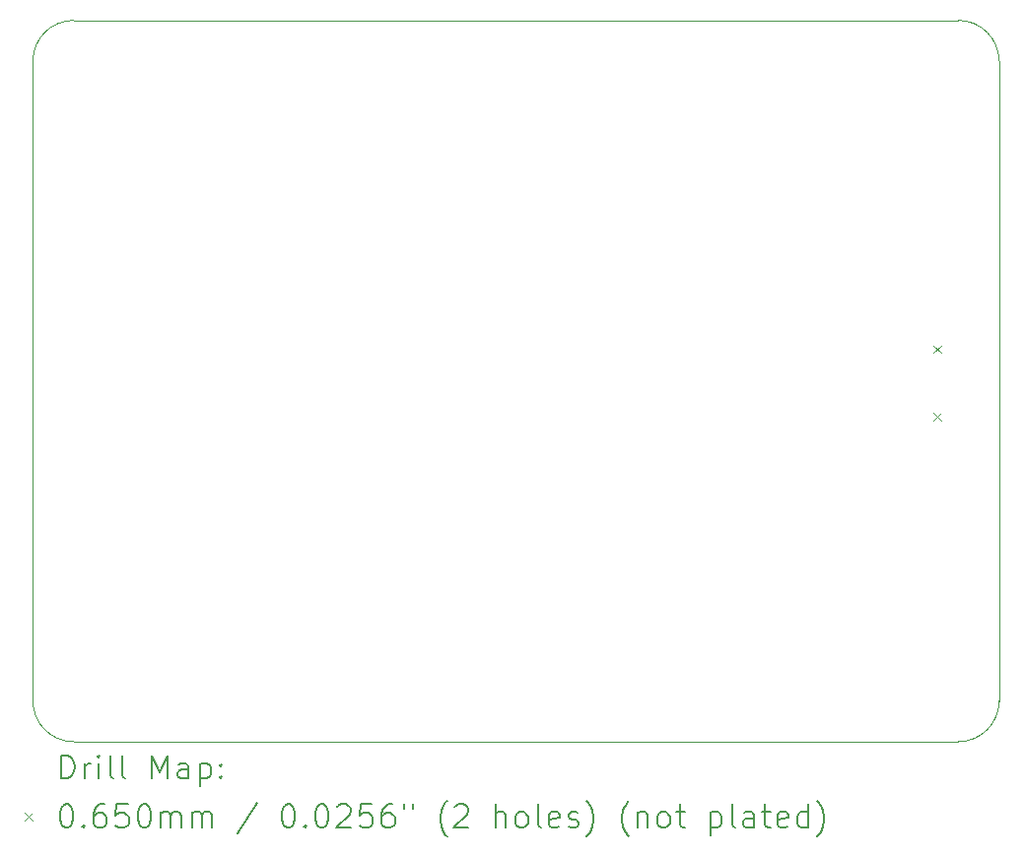
<source format=gbr>
%TF.GenerationSoftware,KiCad,Pcbnew,7.0.1*%
%TF.CreationDate,2023-07-10T14:28:22-04:00*%
%TF.ProjectId,FlightComputer,466c6967-6874-4436-9f6d-70757465722e,rev?*%
%TF.SameCoordinates,Original*%
%TF.FileFunction,Drillmap*%
%TF.FilePolarity,Positive*%
%FSLAX45Y45*%
G04 Gerber Fmt 4.5, Leading zero omitted, Abs format (unit mm)*
G04 Created by KiCad (PCBNEW 7.0.1) date 2023-07-10 14:28:22*
%MOMM*%
%LPD*%
G01*
G04 APERTURE LIST*
%ADD10C,0.100000*%
%ADD11C,0.200000*%
%ADD12C,0.065000*%
G04 APERTURE END LIST*
D10*
X5282000Y-5737000D02*
G75*
G03*
X4932000Y-6087000I0J-350000D01*
G01*
X13232000Y-6087000D02*
G75*
G03*
X12882000Y-5737000I-350000J0D01*
G01*
X5282000Y-5737000D02*
X12882000Y-5737000D01*
X4932000Y-11587000D02*
X4932000Y-6087000D01*
X12882000Y-11937000D02*
G75*
G03*
X13232000Y-11587000I0J350000D01*
G01*
X13232000Y-6087000D02*
X13232000Y-11587000D01*
X5282000Y-11937000D02*
X12882000Y-11937000D01*
X4932000Y-11587000D02*
G75*
G03*
X5282000Y-11937000I350000J0D01*
G01*
D11*
D12*
X12666395Y-8530500D02*
X12731395Y-8595500D01*
X12731395Y-8530500D02*
X12666395Y-8595500D01*
X12666395Y-9108500D02*
X12731395Y-9173500D01*
X12731395Y-9108500D02*
X12666395Y-9173500D01*
D11*
X5174619Y-12254524D02*
X5174619Y-12054524D01*
X5174619Y-12054524D02*
X5222238Y-12054524D01*
X5222238Y-12054524D02*
X5250810Y-12064048D01*
X5250810Y-12064048D02*
X5269857Y-12083095D01*
X5269857Y-12083095D02*
X5279381Y-12102143D01*
X5279381Y-12102143D02*
X5288905Y-12140238D01*
X5288905Y-12140238D02*
X5288905Y-12168809D01*
X5288905Y-12168809D02*
X5279381Y-12206905D01*
X5279381Y-12206905D02*
X5269857Y-12225952D01*
X5269857Y-12225952D02*
X5250810Y-12245000D01*
X5250810Y-12245000D02*
X5222238Y-12254524D01*
X5222238Y-12254524D02*
X5174619Y-12254524D01*
X5374619Y-12254524D02*
X5374619Y-12121190D01*
X5374619Y-12159286D02*
X5384143Y-12140238D01*
X5384143Y-12140238D02*
X5393667Y-12130714D01*
X5393667Y-12130714D02*
X5412714Y-12121190D01*
X5412714Y-12121190D02*
X5431762Y-12121190D01*
X5498429Y-12254524D02*
X5498429Y-12121190D01*
X5498429Y-12054524D02*
X5488905Y-12064048D01*
X5488905Y-12064048D02*
X5498429Y-12073571D01*
X5498429Y-12073571D02*
X5507952Y-12064048D01*
X5507952Y-12064048D02*
X5498429Y-12054524D01*
X5498429Y-12054524D02*
X5498429Y-12073571D01*
X5622238Y-12254524D02*
X5603190Y-12245000D01*
X5603190Y-12245000D02*
X5593667Y-12225952D01*
X5593667Y-12225952D02*
X5593667Y-12054524D01*
X5727000Y-12254524D02*
X5707952Y-12245000D01*
X5707952Y-12245000D02*
X5698428Y-12225952D01*
X5698428Y-12225952D02*
X5698428Y-12054524D01*
X5955571Y-12254524D02*
X5955571Y-12054524D01*
X5955571Y-12054524D02*
X6022238Y-12197381D01*
X6022238Y-12197381D02*
X6088905Y-12054524D01*
X6088905Y-12054524D02*
X6088905Y-12254524D01*
X6269857Y-12254524D02*
X6269857Y-12149762D01*
X6269857Y-12149762D02*
X6260333Y-12130714D01*
X6260333Y-12130714D02*
X6241286Y-12121190D01*
X6241286Y-12121190D02*
X6203190Y-12121190D01*
X6203190Y-12121190D02*
X6184143Y-12130714D01*
X6269857Y-12245000D02*
X6250809Y-12254524D01*
X6250809Y-12254524D02*
X6203190Y-12254524D01*
X6203190Y-12254524D02*
X6184143Y-12245000D01*
X6184143Y-12245000D02*
X6174619Y-12225952D01*
X6174619Y-12225952D02*
X6174619Y-12206905D01*
X6174619Y-12206905D02*
X6184143Y-12187857D01*
X6184143Y-12187857D02*
X6203190Y-12178333D01*
X6203190Y-12178333D02*
X6250809Y-12178333D01*
X6250809Y-12178333D02*
X6269857Y-12168809D01*
X6365095Y-12121190D02*
X6365095Y-12321190D01*
X6365095Y-12130714D02*
X6384143Y-12121190D01*
X6384143Y-12121190D02*
X6422238Y-12121190D01*
X6422238Y-12121190D02*
X6441286Y-12130714D01*
X6441286Y-12130714D02*
X6450809Y-12140238D01*
X6450809Y-12140238D02*
X6460333Y-12159286D01*
X6460333Y-12159286D02*
X6460333Y-12216428D01*
X6460333Y-12216428D02*
X6450809Y-12235476D01*
X6450809Y-12235476D02*
X6441286Y-12245000D01*
X6441286Y-12245000D02*
X6422238Y-12254524D01*
X6422238Y-12254524D02*
X6384143Y-12254524D01*
X6384143Y-12254524D02*
X6365095Y-12245000D01*
X6546048Y-12235476D02*
X6555571Y-12245000D01*
X6555571Y-12245000D02*
X6546048Y-12254524D01*
X6546048Y-12254524D02*
X6536524Y-12245000D01*
X6536524Y-12245000D02*
X6546048Y-12235476D01*
X6546048Y-12235476D02*
X6546048Y-12254524D01*
X6546048Y-12130714D02*
X6555571Y-12140238D01*
X6555571Y-12140238D02*
X6546048Y-12149762D01*
X6546048Y-12149762D02*
X6536524Y-12140238D01*
X6536524Y-12140238D02*
X6546048Y-12130714D01*
X6546048Y-12130714D02*
X6546048Y-12149762D01*
D12*
X4862000Y-12549500D02*
X4927000Y-12614500D01*
X4927000Y-12549500D02*
X4862000Y-12614500D01*
D11*
X5212714Y-12474524D02*
X5231762Y-12474524D01*
X5231762Y-12474524D02*
X5250810Y-12484048D01*
X5250810Y-12484048D02*
X5260333Y-12493571D01*
X5260333Y-12493571D02*
X5269857Y-12512619D01*
X5269857Y-12512619D02*
X5279381Y-12550714D01*
X5279381Y-12550714D02*
X5279381Y-12598333D01*
X5279381Y-12598333D02*
X5269857Y-12636428D01*
X5269857Y-12636428D02*
X5260333Y-12655476D01*
X5260333Y-12655476D02*
X5250810Y-12665000D01*
X5250810Y-12665000D02*
X5231762Y-12674524D01*
X5231762Y-12674524D02*
X5212714Y-12674524D01*
X5212714Y-12674524D02*
X5193667Y-12665000D01*
X5193667Y-12665000D02*
X5184143Y-12655476D01*
X5184143Y-12655476D02*
X5174619Y-12636428D01*
X5174619Y-12636428D02*
X5165095Y-12598333D01*
X5165095Y-12598333D02*
X5165095Y-12550714D01*
X5165095Y-12550714D02*
X5174619Y-12512619D01*
X5174619Y-12512619D02*
X5184143Y-12493571D01*
X5184143Y-12493571D02*
X5193667Y-12484048D01*
X5193667Y-12484048D02*
X5212714Y-12474524D01*
X5365095Y-12655476D02*
X5374619Y-12665000D01*
X5374619Y-12665000D02*
X5365095Y-12674524D01*
X5365095Y-12674524D02*
X5355571Y-12665000D01*
X5355571Y-12665000D02*
X5365095Y-12655476D01*
X5365095Y-12655476D02*
X5365095Y-12674524D01*
X5546048Y-12474524D02*
X5507952Y-12474524D01*
X5507952Y-12474524D02*
X5488905Y-12484048D01*
X5488905Y-12484048D02*
X5479381Y-12493571D01*
X5479381Y-12493571D02*
X5460333Y-12522143D01*
X5460333Y-12522143D02*
X5450810Y-12560238D01*
X5450810Y-12560238D02*
X5450810Y-12636428D01*
X5450810Y-12636428D02*
X5460333Y-12655476D01*
X5460333Y-12655476D02*
X5469857Y-12665000D01*
X5469857Y-12665000D02*
X5488905Y-12674524D01*
X5488905Y-12674524D02*
X5527000Y-12674524D01*
X5527000Y-12674524D02*
X5546048Y-12665000D01*
X5546048Y-12665000D02*
X5555571Y-12655476D01*
X5555571Y-12655476D02*
X5565095Y-12636428D01*
X5565095Y-12636428D02*
X5565095Y-12588809D01*
X5565095Y-12588809D02*
X5555571Y-12569762D01*
X5555571Y-12569762D02*
X5546048Y-12560238D01*
X5546048Y-12560238D02*
X5527000Y-12550714D01*
X5527000Y-12550714D02*
X5488905Y-12550714D01*
X5488905Y-12550714D02*
X5469857Y-12560238D01*
X5469857Y-12560238D02*
X5460333Y-12569762D01*
X5460333Y-12569762D02*
X5450810Y-12588809D01*
X5746048Y-12474524D02*
X5650809Y-12474524D01*
X5650809Y-12474524D02*
X5641286Y-12569762D01*
X5641286Y-12569762D02*
X5650809Y-12560238D01*
X5650809Y-12560238D02*
X5669857Y-12550714D01*
X5669857Y-12550714D02*
X5717476Y-12550714D01*
X5717476Y-12550714D02*
X5736524Y-12560238D01*
X5736524Y-12560238D02*
X5746048Y-12569762D01*
X5746048Y-12569762D02*
X5755571Y-12588809D01*
X5755571Y-12588809D02*
X5755571Y-12636428D01*
X5755571Y-12636428D02*
X5746048Y-12655476D01*
X5746048Y-12655476D02*
X5736524Y-12665000D01*
X5736524Y-12665000D02*
X5717476Y-12674524D01*
X5717476Y-12674524D02*
X5669857Y-12674524D01*
X5669857Y-12674524D02*
X5650809Y-12665000D01*
X5650809Y-12665000D02*
X5641286Y-12655476D01*
X5879381Y-12474524D02*
X5898429Y-12474524D01*
X5898429Y-12474524D02*
X5917476Y-12484048D01*
X5917476Y-12484048D02*
X5927000Y-12493571D01*
X5927000Y-12493571D02*
X5936524Y-12512619D01*
X5936524Y-12512619D02*
X5946048Y-12550714D01*
X5946048Y-12550714D02*
X5946048Y-12598333D01*
X5946048Y-12598333D02*
X5936524Y-12636428D01*
X5936524Y-12636428D02*
X5927000Y-12655476D01*
X5927000Y-12655476D02*
X5917476Y-12665000D01*
X5917476Y-12665000D02*
X5898429Y-12674524D01*
X5898429Y-12674524D02*
X5879381Y-12674524D01*
X5879381Y-12674524D02*
X5860333Y-12665000D01*
X5860333Y-12665000D02*
X5850809Y-12655476D01*
X5850809Y-12655476D02*
X5841286Y-12636428D01*
X5841286Y-12636428D02*
X5831762Y-12598333D01*
X5831762Y-12598333D02*
X5831762Y-12550714D01*
X5831762Y-12550714D02*
X5841286Y-12512619D01*
X5841286Y-12512619D02*
X5850809Y-12493571D01*
X5850809Y-12493571D02*
X5860333Y-12484048D01*
X5860333Y-12484048D02*
X5879381Y-12474524D01*
X6031762Y-12674524D02*
X6031762Y-12541190D01*
X6031762Y-12560238D02*
X6041286Y-12550714D01*
X6041286Y-12550714D02*
X6060333Y-12541190D01*
X6060333Y-12541190D02*
X6088905Y-12541190D01*
X6088905Y-12541190D02*
X6107952Y-12550714D01*
X6107952Y-12550714D02*
X6117476Y-12569762D01*
X6117476Y-12569762D02*
X6117476Y-12674524D01*
X6117476Y-12569762D02*
X6127000Y-12550714D01*
X6127000Y-12550714D02*
X6146048Y-12541190D01*
X6146048Y-12541190D02*
X6174619Y-12541190D01*
X6174619Y-12541190D02*
X6193667Y-12550714D01*
X6193667Y-12550714D02*
X6203190Y-12569762D01*
X6203190Y-12569762D02*
X6203190Y-12674524D01*
X6298429Y-12674524D02*
X6298429Y-12541190D01*
X6298429Y-12560238D02*
X6307952Y-12550714D01*
X6307952Y-12550714D02*
X6327000Y-12541190D01*
X6327000Y-12541190D02*
X6355571Y-12541190D01*
X6355571Y-12541190D02*
X6374619Y-12550714D01*
X6374619Y-12550714D02*
X6384143Y-12569762D01*
X6384143Y-12569762D02*
X6384143Y-12674524D01*
X6384143Y-12569762D02*
X6393667Y-12550714D01*
X6393667Y-12550714D02*
X6412714Y-12541190D01*
X6412714Y-12541190D02*
X6441286Y-12541190D01*
X6441286Y-12541190D02*
X6460333Y-12550714D01*
X6460333Y-12550714D02*
X6469857Y-12569762D01*
X6469857Y-12569762D02*
X6469857Y-12674524D01*
X6860333Y-12465000D02*
X6688905Y-12722143D01*
X7117476Y-12474524D02*
X7136524Y-12474524D01*
X7136524Y-12474524D02*
X7155572Y-12484048D01*
X7155572Y-12484048D02*
X7165095Y-12493571D01*
X7165095Y-12493571D02*
X7174619Y-12512619D01*
X7174619Y-12512619D02*
X7184143Y-12550714D01*
X7184143Y-12550714D02*
X7184143Y-12598333D01*
X7184143Y-12598333D02*
X7174619Y-12636428D01*
X7174619Y-12636428D02*
X7165095Y-12655476D01*
X7165095Y-12655476D02*
X7155572Y-12665000D01*
X7155572Y-12665000D02*
X7136524Y-12674524D01*
X7136524Y-12674524D02*
X7117476Y-12674524D01*
X7117476Y-12674524D02*
X7098429Y-12665000D01*
X7098429Y-12665000D02*
X7088905Y-12655476D01*
X7088905Y-12655476D02*
X7079381Y-12636428D01*
X7079381Y-12636428D02*
X7069857Y-12598333D01*
X7069857Y-12598333D02*
X7069857Y-12550714D01*
X7069857Y-12550714D02*
X7079381Y-12512619D01*
X7079381Y-12512619D02*
X7088905Y-12493571D01*
X7088905Y-12493571D02*
X7098429Y-12484048D01*
X7098429Y-12484048D02*
X7117476Y-12474524D01*
X7269857Y-12655476D02*
X7279381Y-12665000D01*
X7279381Y-12665000D02*
X7269857Y-12674524D01*
X7269857Y-12674524D02*
X7260333Y-12665000D01*
X7260333Y-12665000D02*
X7269857Y-12655476D01*
X7269857Y-12655476D02*
X7269857Y-12674524D01*
X7403191Y-12474524D02*
X7422238Y-12474524D01*
X7422238Y-12474524D02*
X7441286Y-12484048D01*
X7441286Y-12484048D02*
X7450810Y-12493571D01*
X7450810Y-12493571D02*
X7460333Y-12512619D01*
X7460333Y-12512619D02*
X7469857Y-12550714D01*
X7469857Y-12550714D02*
X7469857Y-12598333D01*
X7469857Y-12598333D02*
X7460333Y-12636428D01*
X7460333Y-12636428D02*
X7450810Y-12655476D01*
X7450810Y-12655476D02*
X7441286Y-12665000D01*
X7441286Y-12665000D02*
X7422238Y-12674524D01*
X7422238Y-12674524D02*
X7403191Y-12674524D01*
X7403191Y-12674524D02*
X7384143Y-12665000D01*
X7384143Y-12665000D02*
X7374619Y-12655476D01*
X7374619Y-12655476D02*
X7365095Y-12636428D01*
X7365095Y-12636428D02*
X7355572Y-12598333D01*
X7355572Y-12598333D02*
X7355572Y-12550714D01*
X7355572Y-12550714D02*
X7365095Y-12512619D01*
X7365095Y-12512619D02*
X7374619Y-12493571D01*
X7374619Y-12493571D02*
X7384143Y-12484048D01*
X7384143Y-12484048D02*
X7403191Y-12474524D01*
X7546048Y-12493571D02*
X7555572Y-12484048D01*
X7555572Y-12484048D02*
X7574619Y-12474524D01*
X7574619Y-12474524D02*
X7622238Y-12474524D01*
X7622238Y-12474524D02*
X7641286Y-12484048D01*
X7641286Y-12484048D02*
X7650810Y-12493571D01*
X7650810Y-12493571D02*
X7660333Y-12512619D01*
X7660333Y-12512619D02*
X7660333Y-12531667D01*
X7660333Y-12531667D02*
X7650810Y-12560238D01*
X7650810Y-12560238D02*
X7536524Y-12674524D01*
X7536524Y-12674524D02*
X7660333Y-12674524D01*
X7841286Y-12474524D02*
X7746048Y-12474524D01*
X7746048Y-12474524D02*
X7736524Y-12569762D01*
X7736524Y-12569762D02*
X7746048Y-12560238D01*
X7746048Y-12560238D02*
X7765095Y-12550714D01*
X7765095Y-12550714D02*
X7812714Y-12550714D01*
X7812714Y-12550714D02*
X7831762Y-12560238D01*
X7831762Y-12560238D02*
X7841286Y-12569762D01*
X7841286Y-12569762D02*
X7850810Y-12588809D01*
X7850810Y-12588809D02*
X7850810Y-12636428D01*
X7850810Y-12636428D02*
X7841286Y-12655476D01*
X7841286Y-12655476D02*
X7831762Y-12665000D01*
X7831762Y-12665000D02*
X7812714Y-12674524D01*
X7812714Y-12674524D02*
X7765095Y-12674524D01*
X7765095Y-12674524D02*
X7746048Y-12665000D01*
X7746048Y-12665000D02*
X7736524Y-12655476D01*
X8022238Y-12474524D02*
X7984143Y-12474524D01*
X7984143Y-12474524D02*
X7965095Y-12484048D01*
X7965095Y-12484048D02*
X7955572Y-12493571D01*
X7955572Y-12493571D02*
X7936524Y-12522143D01*
X7936524Y-12522143D02*
X7927000Y-12560238D01*
X7927000Y-12560238D02*
X7927000Y-12636428D01*
X7927000Y-12636428D02*
X7936524Y-12655476D01*
X7936524Y-12655476D02*
X7946048Y-12665000D01*
X7946048Y-12665000D02*
X7965095Y-12674524D01*
X7965095Y-12674524D02*
X8003191Y-12674524D01*
X8003191Y-12674524D02*
X8022238Y-12665000D01*
X8022238Y-12665000D02*
X8031762Y-12655476D01*
X8031762Y-12655476D02*
X8041286Y-12636428D01*
X8041286Y-12636428D02*
X8041286Y-12588809D01*
X8041286Y-12588809D02*
X8031762Y-12569762D01*
X8031762Y-12569762D02*
X8022238Y-12560238D01*
X8022238Y-12560238D02*
X8003191Y-12550714D01*
X8003191Y-12550714D02*
X7965095Y-12550714D01*
X7965095Y-12550714D02*
X7946048Y-12560238D01*
X7946048Y-12560238D02*
X7936524Y-12569762D01*
X7936524Y-12569762D02*
X7927000Y-12588809D01*
X8117476Y-12474524D02*
X8117476Y-12512619D01*
X8193667Y-12474524D02*
X8193667Y-12512619D01*
X8488905Y-12750714D02*
X8479381Y-12741190D01*
X8479381Y-12741190D02*
X8460334Y-12712619D01*
X8460334Y-12712619D02*
X8450810Y-12693571D01*
X8450810Y-12693571D02*
X8441286Y-12665000D01*
X8441286Y-12665000D02*
X8431762Y-12617381D01*
X8431762Y-12617381D02*
X8431762Y-12579286D01*
X8431762Y-12579286D02*
X8441286Y-12531667D01*
X8441286Y-12531667D02*
X8450810Y-12503095D01*
X8450810Y-12503095D02*
X8460334Y-12484048D01*
X8460334Y-12484048D02*
X8479381Y-12455476D01*
X8479381Y-12455476D02*
X8488905Y-12445952D01*
X8555572Y-12493571D02*
X8565096Y-12484048D01*
X8565096Y-12484048D02*
X8584143Y-12474524D01*
X8584143Y-12474524D02*
X8631762Y-12474524D01*
X8631762Y-12474524D02*
X8650810Y-12484048D01*
X8650810Y-12484048D02*
X8660334Y-12493571D01*
X8660334Y-12493571D02*
X8669857Y-12512619D01*
X8669857Y-12512619D02*
X8669857Y-12531667D01*
X8669857Y-12531667D02*
X8660334Y-12560238D01*
X8660334Y-12560238D02*
X8546048Y-12674524D01*
X8546048Y-12674524D02*
X8669857Y-12674524D01*
X8907953Y-12674524D02*
X8907953Y-12474524D01*
X8993667Y-12674524D02*
X8993667Y-12569762D01*
X8993667Y-12569762D02*
X8984143Y-12550714D01*
X8984143Y-12550714D02*
X8965096Y-12541190D01*
X8965096Y-12541190D02*
X8936524Y-12541190D01*
X8936524Y-12541190D02*
X8917477Y-12550714D01*
X8917477Y-12550714D02*
X8907953Y-12560238D01*
X9117477Y-12674524D02*
X9098429Y-12665000D01*
X9098429Y-12665000D02*
X9088905Y-12655476D01*
X9088905Y-12655476D02*
X9079381Y-12636428D01*
X9079381Y-12636428D02*
X9079381Y-12579286D01*
X9079381Y-12579286D02*
X9088905Y-12560238D01*
X9088905Y-12560238D02*
X9098429Y-12550714D01*
X9098429Y-12550714D02*
X9117477Y-12541190D01*
X9117477Y-12541190D02*
X9146048Y-12541190D01*
X9146048Y-12541190D02*
X9165096Y-12550714D01*
X9165096Y-12550714D02*
X9174619Y-12560238D01*
X9174619Y-12560238D02*
X9184143Y-12579286D01*
X9184143Y-12579286D02*
X9184143Y-12636428D01*
X9184143Y-12636428D02*
X9174619Y-12655476D01*
X9174619Y-12655476D02*
X9165096Y-12665000D01*
X9165096Y-12665000D02*
X9146048Y-12674524D01*
X9146048Y-12674524D02*
X9117477Y-12674524D01*
X9298429Y-12674524D02*
X9279381Y-12665000D01*
X9279381Y-12665000D02*
X9269858Y-12645952D01*
X9269858Y-12645952D02*
X9269858Y-12474524D01*
X9450810Y-12665000D02*
X9431762Y-12674524D01*
X9431762Y-12674524D02*
X9393667Y-12674524D01*
X9393667Y-12674524D02*
X9374619Y-12665000D01*
X9374619Y-12665000D02*
X9365096Y-12645952D01*
X9365096Y-12645952D02*
X9365096Y-12569762D01*
X9365096Y-12569762D02*
X9374619Y-12550714D01*
X9374619Y-12550714D02*
X9393667Y-12541190D01*
X9393667Y-12541190D02*
X9431762Y-12541190D01*
X9431762Y-12541190D02*
X9450810Y-12550714D01*
X9450810Y-12550714D02*
X9460334Y-12569762D01*
X9460334Y-12569762D02*
X9460334Y-12588809D01*
X9460334Y-12588809D02*
X9365096Y-12607857D01*
X9536524Y-12665000D02*
X9555572Y-12674524D01*
X9555572Y-12674524D02*
X9593667Y-12674524D01*
X9593667Y-12674524D02*
X9612715Y-12665000D01*
X9612715Y-12665000D02*
X9622239Y-12645952D01*
X9622239Y-12645952D02*
X9622239Y-12636428D01*
X9622239Y-12636428D02*
X9612715Y-12617381D01*
X9612715Y-12617381D02*
X9593667Y-12607857D01*
X9593667Y-12607857D02*
X9565096Y-12607857D01*
X9565096Y-12607857D02*
X9546048Y-12598333D01*
X9546048Y-12598333D02*
X9536524Y-12579286D01*
X9536524Y-12579286D02*
X9536524Y-12569762D01*
X9536524Y-12569762D02*
X9546048Y-12550714D01*
X9546048Y-12550714D02*
X9565096Y-12541190D01*
X9565096Y-12541190D02*
X9593667Y-12541190D01*
X9593667Y-12541190D02*
X9612715Y-12550714D01*
X9688905Y-12750714D02*
X9698429Y-12741190D01*
X9698429Y-12741190D02*
X9717477Y-12712619D01*
X9717477Y-12712619D02*
X9727000Y-12693571D01*
X9727000Y-12693571D02*
X9736524Y-12665000D01*
X9736524Y-12665000D02*
X9746048Y-12617381D01*
X9746048Y-12617381D02*
X9746048Y-12579286D01*
X9746048Y-12579286D02*
X9736524Y-12531667D01*
X9736524Y-12531667D02*
X9727000Y-12503095D01*
X9727000Y-12503095D02*
X9717477Y-12484048D01*
X9717477Y-12484048D02*
X9698429Y-12455476D01*
X9698429Y-12455476D02*
X9688905Y-12445952D01*
X10050810Y-12750714D02*
X10041286Y-12741190D01*
X10041286Y-12741190D02*
X10022239Y-12712619D01*
X10022239Y-12712619D02*
X10012715Y-12693571D01*
X10012715Y-12693571D02*
X10003191Y-12665000D01*
X10003191Y-12665000D02*
X9993667Y-12617381D01*
X9993667Y-12617381D02*
X9993667Y-12579286D01*
X9993667Y-12579286D02*
X10003191Y-12531667D01*
X10003191Y-12531667D02*
X10012715Y-12503095D01*
X10012715Y-12503095D02*
X10022239Y-12484048D01*
X10022239Y-12484048D02*
X10041286Y-12455476D01*
X10041286Y-12455476D02*
X10050810Y-12445952D01*
X10127000Y-12541190D02*
X10127000Y-12674524D01*
X10127000Y-12560238D02*
X10136524Y-12550714D01*
X10136524Y-12550714D02*
X10155572Y-12541190D01*
X10155572Y-12541190D02*
X10184143Y-12541190D01*
X10184143Y-12541190D02*
X10203191Y-12550714D01*
X10203191Y-12550714D02*
X10212715Y-12569762D01*
X10212715Y-12569762D02*
X10212715Y-12674524D01*
X10336524Y-12674524D02*
X10317477Y-12665000D01*
X10317477Y-12665000D02*
X10307953Y-12655476D01*
X10307953Y-12655476D02*
X10298429Y-12636428D01*
X10298429Y-12636428D02*
X10298429Y-12579286D01*
X10298429Y-12579286D02*
X10307953Y-12560238D01*
X10307953Y-12560238D02*
X10317477Y-12550714D01*
X10317477Y-12550714D02*
X10336524Y-12541190D01*
X10336524Y-12541190D02*
X10365096Y-12541190D01*
X10365096Y-12541190D02*
X10384143Y-12550714D01*
X10384143Y-12550714D02*
X10393667Y-12560238D01*
X10393667Y-12560238D02*
X10403191Y-12579286D01*
X10403191Y-12579286D02*
X10403191Y-12636428D01*
X10403191Y-12636428D02*
X10393667Y-12655476D01*
X10393667Y-12655476D02*
X10384143Y-12665000D01*
X10384143Y-12665000D02*
X10365096Y-12674524D01*
X10365096Y-12674524D02*
X10336524Y-12674524D01*
X10460334Y-12541190D02*
X10536524Y-12541190D01*
X10488905Y-12474524D02*
X10488905Y-12645952D01*
X10488905Y-12645952D02*
X10498429Y-12665000D01*
X10498429Y-12665000D02*
X10517477Y-12674524D01*
X10517477Y-12674524D02*
X10536524Y-12674524D01*
X10755572Y-12541190D02*
X10755572Y-12741190D01*
X10755572Y-12550714D02*
X10774620Y-12541190D01*
X10774620Y-12541190D02*
X10812715Y-12541190D01*
X10812715Y-12541190D02*
X10831762Y-12550714D01*
X10831762Y-12550714D02*
X10841286Y-12560238D01*
X10841286Y-12560238D02*
X10850810Y-12579286D01*
X10850810Y-12579286D02*
X10850810Y-12636428D01*
X10850810Y-12636428D02*
X10841286Y-12655476D01*
X10841286Y-12655476D02*
X10831762Y-12665000D01*
X10831762Y-12665000D02*
X10812715Y-12674524D01*
X10812715Y-12674524D02*
X10774620Y-12674524D01*
X10774620Y-12674524D02*
X10755572Y-12665000D01*
X10965096Y-12674524D02*
X10946048Y-12665000D01*
X10946048Y-12665000D02*
X10936524Y-12645952D01*
X10936524Y-12645952D02*
X10936524Y-12474524D01*
X11127001Y-12674524D02*
X11127001Y-12569762D01*
X11127001Y-12569762D02*
X11117477Y-12550714D01*
X11117477Y-12550714D02*
X11098429Y-12541190D01*
X11098429Y-12541190D02*
X11060334Y-12541190D01*
X11060334Y-12541190D02*
X11041286Y-12550714D01*
X11127001Y-12665000D02*
X11107953Y-12674524D01*
X11107953Y-12674524D02*
X11060334Y-12674524D01*
X11060334Y-12674524D02*
X11041286Y-12665000D01*
X11041286Y-12665000D02*
X11031762Y-12645952D01*
X11031762Y-12645952D02*
X11031762Y-12626905D01*
X11031762Y-12626905D02*
X11041286Y-12607857D01*
X11041286Y-12607857D02*
X11060334Y-12598333D01*
X11060334Y-12598333D02*
X11107953Y-12598333D01*
X11107953Y-12598333D02*
X11127001Y-12588809D01*
X11193667Y-12541190D02*
X11269858Y-12541190D01*
X11222239Y-12474524D02*
X11222239Y-12645952D01*
X11222239Y-12645952D02*
X11231762Y-12665000D01*
X11231762Y-12665000D02*
X11250810Y-12674524D01*
X11250810Y-12674524D02*
X11269858Y-12674524D01*
X11412715Y-12665000D02*
X11393667Y-12674524D01*
X11393667Y-12674524D02*
X11355572Y-12674524D01*
X11355572Y-12674524D02*
X11336524Y-12665000D01*
X11336524Y-12665000D02*
X11327000Y-12645952D01*
X11327000Y-12645952D02*
X11327000Y-12569762D01*
X11327000Y-12569762D02*
X11336524Y-12550714D01*
X11336524Y-12550714D02*
X11355572Y-12541190D01*
X11355572Y-12541190D02*
X11393667Y-12541190D01*
X11393667Y-12541190D02*
X11412715Y-12550714D01*
X11412715Y-12550714D02*
X11422239Y-12569762D01*
X11422239Y-12569762D02*
X11422239Y-12588809D01*
X11422239Y-12588809D02*
X11327000Y-12607857D01*
X11593667Y-12674524D02*
X11593667Y-12474524D01*
X11593667Y-12665000D02*
X11574620Y-12674524D01*
X11574620Y-12674524D02*
X11536524Y-12674524D01*
X11536524Y-12674524D02*
X11517477Y-12665000D01*
X11517477Y-12665000D02*
X11507953Y-12655476D01*
X11507953Y-12655476D02*
X11498429Y-12636428D01*
X11498429Y-12636428D02*
X11498429Y-12579286D01*
X11498429Y-12579286D02*
X11507953Y-12560238D01*
X11507953Y-12560238D02*
X11517477Y-12550714D01*
X11517477Y-12550714D02*
X11536524Y-12541190D01*
X11536524Y-12541190D02*
X11574620Y-12541190D01*
X11574620Y-12541190D02*
X11593667Y-12550714D01*
X11669858Y-12750714D02*
X11679381Y-12741190D01*
X11679381Y-12741190D02*
X11698429Y-12712619D01*
X11698429Y-12712619D02*
X11707953Y-12693571D01*
X11707953Y-12693571D02*
X11717477Y-12665000D01*
X11717477Y-12665000D02*
X11727000Y-12617381D01*
X11727000Y-12617381D02*
X11727000Y-12579286D01*
X11727000Y-12579286D02*
X11717477Y-12531667D01*
X11717477Y-12531667D02*
X11707953Y-12503095D01*
X11707953Y-12503095D02*
X11698429Y-12484048D01*
X11698429Y-12484048D02*
X11679381Y-12455476D01*
X11679381Y-12455476D02*
X11669858Y-12445952D01*
M02*

</source>
